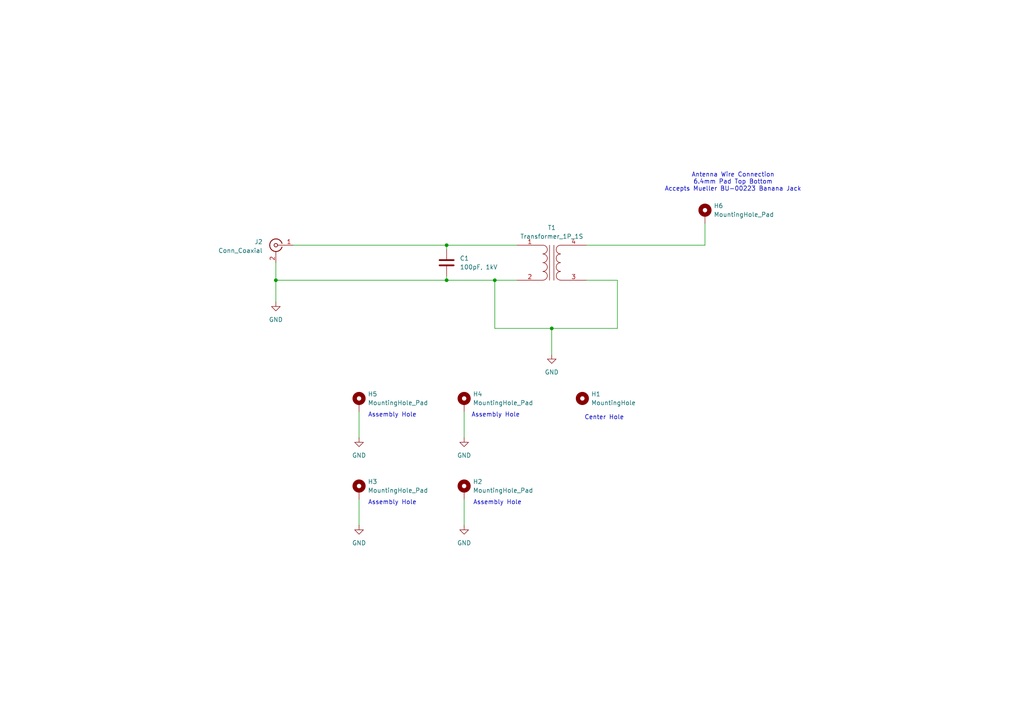
<source format=kicad_sch>
(kicad_sch
	(version 20231120)
	(generator "eeschema")
	(generator_version "8.0")
	(uuid "cd7a13dc-898b-444e-8c64-04932f1d4072")
	(paper "A4")
	(lib_symbols
		(symbol "Connector:Conn_Coaxial"
			(pin_names
				(offset 1.016) hide)
			(exclude_from_sim no)
			(in_bom yes)
			(on_board yes)
			(property "Reference" "J"
				(at 0.254 3.048 0)
				(effects
					(font
						(size 1.27 1.27)
					)
				)
			)
			(property "Value" "Conn_Coaxial"
				(at 2.921 0 90)
				(effects
					(font
						(size 1.27 1.27)
					)
				)
			)
			(property "Footprint" ""
				(at 0 0 0)
				(effects
					(font
						(size 1.27 1.27)
					)
					(hide yes)
				)
			)
			(property "Datasheet" "~"
				(at 0 0 0)
				(effects
					(font
						(size 1.27 1.27)
					)
					(hide yes)
				)
			)
			(property "Description" "coaxial connector (BNC, SMA, SMB, SMC, Cinch/RCA, LEMO, ...)"
				(at 0 0 0)
				(effects
					(font
						(size 1.27 1.27)
					)
					(hide yes)
				)
			)
			(property "ki_keywords" "BNC SMA SMB SMC LEMO coaxial connector CINCH RCA MCX MMCX U.FL UMRF"
				(at 0 0 0)
				(effects
					(font
						(size 1.27 1.27)
					)
					(hide yes)
				)
			)
			(property "ki_fp_filters" "*BNC* *SMA* *SMB* *SMC* *Cinch* *LEMO* *UMRF* *MCX* *U.FL*"
				(at 0 0 0)
				(effects
					(font
						(size 1.27 1.27)
					)
					(hide yes)
				)
			)
			(symbol "Conn_Coaxial_0_1"
				(arc
					(start -1.778 -0.508)
					(mid 0.2311 -1.8066)
					(end 1.778 0)
					(stroke
						(width 0.254)
						(type default)
					)
					(fill
						(type none)
					)
				)
				(polyline
					(pts
						(xy -2.54 0) (xy -0.508 0)
					)
					(stroke
						(width 0)
						(type default)
					)
					(fill
						(type none)
					)
				)
				(polyline
					(pts
						(xy 0 -2.54) (xy 0 -1.778)
					)
					(stroke
						(width 0)
						(type default)
					)
					(fill
						(type none)
					)
				)
				(circle
					(center 0 0)
					(radius 0.508)
					(stroke
						(width 0.2032)
						(type default)
					)
					(fill
						(type none)
					)
				)
				(arc
					(start 1.778 0)
					(mid 0.2099 1.8101)
					(end -1.778 0.508)
					(stroke
						(width 0.254)
						(type default)
					)
					(fill
						(type none)
					)
				)
			)
			(symbol "Conn_Coaxial_1_1"
				(pin passive line
					(at -5.08 0 0)
					(length 2.54)
					(name "In"
						(effects
							(font
								(size 1.27 1.27)
							)
						)
					)
					(number "1"
						(effects
							(font
								(size 1.27 1.27)
							)
						)
					)
				)
				(pin passive line
					(at 0 -5.08 90)
					(length 2.54)
					(name "Ext"
						(effects
							(font
								(size 1.27 1.27)
							)
						)
					)
					(number "2"
						(effects
							(font
								(size 1.27 1.27)
							)
						)
					)
				)
			)
		)
		(symbol "Device:C"
			(pin_numbers hide)
			(pin_names
				(offset 0.254)
			)
			(exclude_from_sim no)
			(in_bom yes)
			(on_board yes)
			(property "Reference" "C"
				(at 0.635 2.54 0)
				(effects
					(font
						(size 1.27 1.27)
					)
					(justify left)
				)
			)
			(property "Value" "C"
				(at 0.635 -2.54 0)
				(effects
					(font
						(size 1.27 1.27)
					)
					(justify left)
				)
			)
			(property "Footprint" ""
				(at 0.9652 -3.81 0)
				(effects
					(font
						(size 1.27 1.27)
					)
					(hide yes)
				)
			)
			(property "Datasheet" "~"
				(at 0 0 0)
				(effects
					(font
						(size 1.27 1.27)
					)
					(hide yes)
				)
			)
			(property "Description" "Unpolarized capacitor"
				(at 0 0 0)
				(effects
					(font
						(size 1.27 1.27)
					)
					(hide yes)
				)
			)
			(property "ki_keywords" "cap capacitor"
				(at 0 0 0)
				(effects
					(font
						(size 1.27 1.27)
					)
					(hide yes)
				)
			)
			(property "ki_fp_filters" "C_*"
				(at 0 0 0)
				(effects
					(font
						(size 1.27 1.27)
					)
					(hide yes)
				)
			)
			(symbol "C_0_1"
				(polyline
					(pts
						(xy -2.032 -0.762) (xy 2.032 -0.762)
					)
					(stroke
						(width 0.508)
						(type default)
					)
					(fill
						(type none)
					)
				)
				(polyline
					(pts
						(xy -2.032 0.762) (xy 2.032 0.762)
					)
					(stroke
						(width 0.508)
						(type default)
					)
					(fill
						(type none)
					)
				)
			)
			(symbol "C_1_1"
				(pin passive line
					(at 0 3.81 270)
					(length 2.794)
					(name "~"
						(effects
							(font
								(size 1.27 1.27)
							)
						)
					)
					(number "1"
						(effects
							(font
								(size 1.27 1.27)
							)
						)
					)
				)
				(pin passive line
					(at 0 -3.81 90)
					(length 2.794)
					(name "~"
						(effects
							(font
								(size 1.27 1.27)
							)
						)
					)
					(number "2"
						(effects
							(font
								(size 1.27 1.27)
							)
						)
					)
				)
			)
		)
		(symbol "Device:Transformer_1P_1S"
			(pin_names
				(offset 1.016) hide)
			(exclude_from_sim no)
			(in_bom yes)
			(on_board yes)
			(property "Reference" "T"
				(at 0 6.35 0)
				(effects
					(font
						(size 1.27 1.27)
					)
				)
			)
			(property "Value" "Transformer_1P_1S"
				(at 0 -7.62 0)
				(effects
					(font
						(size 1.27 1.27)
					)
				)
			)
			(property "Footprint" ""
				(at 0 0 0)
				(effects
					(font
						(size 1.27 1.27)
					)
					(hide yes)
				)
			)
			(property "Datasheet" "~"
				(at 0 0 0)
				(effects
					(font
						(size 1.27 1.27)
					)
					(hide yes)
				)
			)
			(property "Description" "Transformer, single primary, single secondary"
				(at 0 0 0)
				(effects
					(font
						(size 1.27 1.27)
					)
					(hide yes)
				)
			)
			(property "ki_keywords" "transformer coil magnet"
				(at 0 0 0)
				(effects
					(font
						(size 1.27 1.27)
					)
					(hide yes)
				)
			)
			(symbol "Transformer_1P_1S_0_1"
				(arc
					(start -2.54 -5.0546)
					(mid -1.6599 -4.6901)
					(end -1.27 -3.81)
					(stroke
						(width 0)
						(type default)
					)
					(fill
						(type none)
					)
				)
				(arc
					(start -2.54 -2.5146)
					(mid -1.6599 -2.1501)
					(end -1.27 -1.27)
					(stroke
						(width 0)
						(type default)
					)
					(fill
						(type none)
					)
				)
				(arc
					(start -2.54 0.0254)
					(mid -1.6599 0.3899)
					(end -1.27 1.27)
					(stroke
						(width 0)
						(type default)
					)
					(fill
						(type none)
					)
				)
				(arc
					(start -2.54 2.5654)
					(mid -1.6599 2.9299)
					(end -1.27 3.81)
					(stroke
						(width 0)
						(type default)
					)
					(fill
						(type none)
					)
				)
				(arc
					(start -1.27 -3.81)
					(mid -1.642 -2.912)
					(end -2.54 -2.54)
					(stroke
						(width 0)
						(type default)
					)
					(fill
						(type none)
					)
				)
				(arc
					(start -1.27 -1.27)
					(mid -1.642 -0.372)
					(end -2.54 0)
					(stroke
						(width 0)
						(type default)
					)
					(fill
						(type none)
					)
				)
				(arc
					(start -1.27 1.27)
					(mid -1.642 2.168)
					(end -2.54 2.54)
					(stroke
						(width 0)
						(type default)
					)
					(fill
						(type none)
					)
				)
				(arc
					(start -1.27 3.81)
					(mid -1.642 4.708)
					(end -2.54 5.08)
					(stroke
						(width 0)
						(type default)
					)
					(fill
						(type none)
					)
				)
				(polyline
					(pts
						(xy -0.635 5.08) (xy -0.635 -5.08)
					)
					(stroke
						(width 0)
						(type default)
					)
					(fill
						(type none)
					)
				)
				(polyline
					(pts
						(xy 0.635 -5.08) (xy 0.635 5.08)
					)
					(stroke
						(width 0)
						(type default)
					)
					(fill
						(type none)
					)
				)
				(arc
					(start 1.2954 -1.27)
					(mid 1.6599 -2.1501)
					(end 2.54 -2.5146)
					(stroke
						(width 0)
						(type default)
					)
					(fill
						(type none)
					)
				)
				(arc
					(start 1.2954 1.27)
					(mid 1.6599 0.3899)
					(end 2.54 0.0254)
					(stroke
						(width 0)
						(type default)
					)
					(fill
						(type none)
					)
				)
				(arc
					(start 1.2954 3.81)
					(mid 1.6599 2.9299)
					(end 2.54 2.5654)
					(stroke
						(width 0)
						(type default)
					)
					(fill
						(type none)
					)
				)
				(arc
					(start 1.3208 -3.81)
					(mid 1.6853 -4.6901)
					(end 2.5654 -5.0546)
					(stroke
						(width 0)
						(type default)
					)
					(fill
						(type none)
					)
				)
				(arc
					(start 2.54 0)
					(mid 1.642 -0.372)
					(end 1.2954 -1.27)
					(stroke
						(width 0)
						(type default)
					)
					(fill
						(type none)
					)
				)
				(arc
					(start 2.54 2.54)
					(mid 1.642 2.168)
					(end 1.2954 1.27)
					(stroke
						(width 0)
						(type default)
					)
					(fill
						(type none)
					)
				)
				(arc
					(start 2.54 5.08)
					(mid 1.642 4.708)
					(end 1.2954 3.81)
					(stroke
						(width 0)
						(type default)
					)
					(fill
						(type none)
					)
				)
				(arc
					(start 2.5654 -2.54)
					(mid 1.6674 -2.912)
					(end 1.3208 -3.81)
					(stroke
						(width 0)
						(type default)
					)
					(fill
						(type none)
					)
				)
			)
			(symbol "Transformer_1P_1S_1_1"
				(pin passive line
					(at -10.16 5.08 0)
					(length 7.62)
					(name "AA"
						(effects
							(font
								(size 1.27 1.27)
							)
						)
					)
					(number "1"
						(effects
							(font
								(size 1.27 1.27)
							)
						)
					)
				)
				(pin passive line
					(at -10.16 -5.08 0)
					(length 7.62)
					(name "AB"
						(effects
							(font
								(size 1.27 1.27)
							)
						)
					)
					(number "2"
						(effects
							(font
								(size 1.27 1.27)
							)
						)
					)
				)
				(pin passive line
					(at 10.16 -5.08 180)
					(length 7.62)
					(name "SA"
						(effects
							(font
								(size 1.27 1.27)
							)
						)
					)
					(number "3"
						(effects
							(font
								(size 1.27 1.27)
							)
						)
					)
				)
				(pin passive line
					(at 10.16 5.08 180)
					(length 7.62)
					(name "SB"
						(effects
							(font
								(size 1.27 1.27)
							)
						)
					)
					(number "4"
						(effects
							(font
								(size 1.27 1.27)
							)
						)
					)
				)
			)
		)
		(symbol "Mechanical:MountingHole"
			(pin_names
				(offset 1.016)
			)
			(exclude_from_sim yes)
			(in_bom no)
			(on_board yes)
			(property "Reference" "H"
				(at 0 5.08 0)
				(effects
					(font
						(size 1.27 1.27)
					)
				)
			)
			(property "Value" "MountingHole"
				(at 0 3.175 0)
				(effects
					(font
						(size 1.27 1.27)
					)
				)
			)
			(property "Footprint" ""
				(at 0 0 0)
				(effects
					(font
						(size 1.27 1.27)
					)
					(hide yes)
				)
			)
			(property "Datasheet" "~"
				(at 0 0 0)
				(effects
					(font
						(size 1.27 1.27)
					)
					(hide yes)
				)
			)
			(property "Description" "Mounting Hole without connection"
				(at 0 0 0)
				(effects
					(font
						(size 1.27 1.27)
					)
					(hide yes)
				)
			)
			(property "ki_keywords" "mounting hole"
				(at 0 0 0)
				(effects
					(font
						(size 1.27 1.27)
					)
					(hide yes)
				)
			)
			(property "ki_fp_filters" "MountingHole*"
				(at 0 0 0)
				(effects
					(font
						(size 1.27 1.27)
					)
					(hide yes)
				)
			)
			(symbol "MountingHole_0_1"
				(circle
					(center 0 0)
					(radius 1.27)
					(stroke
						(width 1.27)
						(type default)
					)
					(fill
						(type none)
					)
				)
			)
		)
		(symbol "Mechanical:MountingHole_Pad"
			(pin_numbers hide)
			(pin_names
				(offset 1.016) hide)
			(exclude_from_sim yes)
			(in_bom no)
			(on_board yes)
			(property "Reference" "H"
				(at 0 6.35 0)
				(effects
					(font
						(size 1.27 1.27)
					)
				)
			)
			(property "Value" "MountingHole_Pad"
				(at 0 4.445 0)
				(effects
					(font
						(size 1.27 1.27)
					)
				)
			)
			(property "Footprint" ""
				(at 0 0 0)
				(effects
					(font
						(size 1.27 1.27)
					)
					(hide yes)
				)
			)
			(property "Datasheet" "~"
				(at 0 0 0)
				(effects
					(font
						(size 1.27 1.27)
					)
					(hide yes)
				)
			)
			(property "Description" "Mounting Hole with connection"
				(at 0 0 0)
				(effects
					(font
						(size 1.27 1.27)
					)
					(hide yes)
				)
			)
			(property "ki_keywords" "mounting hole"
				(at 0 0 0)
				(effects
					(font
						(size 1.27 1.27)
					)
					(hide yes)
				)
			)
			(property "ki_fp_filters" "MountingHole*Pad*"
				(at 0 0 0)
				(effects
					(font
						(size 1.27 1.27)
					)
					(hide yes)
				)
			)
			(symbol "MountingHole_Pad_0_1"
				(circle
					(center 0 1.27)
					(radius 1.27)
					(stroke
						(width 1.27)
						(type default)
					)
					(fill
						(type none)
					)
				)
			)
			(symbol "MountingHole_Pad_1_1"
				(pin input line
					(at 0 -2.54 90)
					(length 2.54)
					(name "1"
						(effects
							(font
								(size 1.27 1.27)
							)
						)
					)
					(number "1"
						(effects
							(font
								(size 1.27 1.27)
							)
						)
					)
				)
			)
		)
		(symbol "power:GND"
			(power)
			(pin_numbers hide)
			(pin_names
				(offset 0) hide)
			(exclude_from_sim no)
			(in_bom yes)
			(on_board yes)
			(property "Reference" "#PWR"
				(at 0 -6.35 0)
				(effects
					(font
						(size 1.27 1.27)
					)
					(hide yes)
				)
			)
			(property "Value" "GND"
				(at 0 -3.81 0)
				(effects
					(font
						(size 1.27 1.27)
					)
				)
			)
			(property "Footprint" ""
				(at 0 0 0)
				(effects
					(font
						(size 1.27 1.27)
					)
					(hide yes)
				)
			)
			(property "Datasheet" ""
				(at 0 0 0)
				(effects
					(font
						(size 1.27 1.27)
					)
					(hide yes)
				)
			)
			(property "Description" "Power symbol creates a global label with name \"GND\" , ground"
				(at 0 0 0)
				(effects
					(font
						(size 1.27 1.27)
					)
					(hide yes)
				)
			)
			(property "ki_keywords" "global power"
				(at 0 0 0)
				(effects
					(font
						(size 1.27 1.27)
					)
					(hide yes)
				)
			)
			(symbol "GND_0_1"
				(polyline
					(pts
						(xy 0 0) (xy 0 -1.27) (xy 1.27 -1.27) (xy 0 -2.54) (xy -1.27 -1.27) (xy 0 -1.27)
					)
					(stroke
						(width 0)
						(type default)
					)
					(fill
						(type none)
					)
				)
			)
			(symbol "GND_1_1"
				(pin power_in line
					(at 0 0 270)
					(length 0)
					(name "~"
						(effects
							(font
								(size 1.27 1.27)
							)
						)
					)
					(number "1"
						(effects
							(font
								(size 1.27 1.27)
							)
						)
					)
				)
			)
		)
	)
	(junction
		(at 160.02 95.25)
		(diameter 0)
		(color 0 0 0 0)
		(uuid "2c5293e8-f8ec-4753-ae93-d7806d5b9cfe")
	)
	(junction
		(at 129.54 81.28)
		(diameter 0)
		(color 0 0 0 0)
		(uuid "9a6484bd-43cd-4651-a4f1-0fe9a12581cd")
	)
	(junction
		(at 143.51 81.28)
		(diameter 0)
		(color 0 0 0 0)
		(uuid "aeddf92a-8395-428c-af35-1727907cb3a0")
	)
	(junction
		(at 80.01 81.28)
		(diameter 0)
		(color 0 0 0 0)
		(uuid "c95b201e-a72e-4c1f-835f-9026daa6ee49")
	)
	(junction
		(at 129.54 71.12)
		(diameter 0)
		(color 0 0 0 0)
		(uuid "c977be67-bed0-4a80-abb3-05195db88147")
	)
	(wire
		(pts
			(xy 134.62 144.78) (xy 134.62 152.4)
		)
		(stroke
			(width 0)
			(type default)
		)
		(uuid "1bbfb401-8fe7-4b69-ac9a-dbc1d7ee71e3")
	)
	(wire
		(pts
			(xy 204.47 71.12) (xy 204.47 64.77)
		)
		(stroke
			(width 0)
			(type default)
		)
		(uuid "213e6e7f-0d55-423b-8461-8e28e20326ca")
	)
	(wire
		(pts
			(xy 80.01 81.28) (xy 129.54 81.28)
		)
		(stroke
			(width 0)
			(type default)
		)
		(uuid "3ce0e3e5-1ec1-4c9f-9bb8-c76dfcadbe8d")
	)
	(wire
		(pts
			(xy 129.54 71.12) (xy 149.86 71.12)
		)
		(stroke
			(width 0)
			(type default)
		)
		(uuid "3e5f85c5-0ade-4feb-b895-c961555b4cf3")
	)
	(wire
		(pts
			(xy 104.14 119.38) (xy 104.14 127)
		)
		(stroke
			(width 0)
			(type default)
		)
		(uuid "3f8e253f-9861-4515-bd0d-6b48a60b727f")
	)
	(wire
		(pts
			(xy 129.54 80.01) (xy 129.54 81.28)
		)
		(stroke
			(width 0)
			(type default)
		)
		(uuid "4158a876-8f2c-4364-8e31-f54ae2488f19")
	)
	(wire
		(pts
			(xy 80.01 76.2) (xy 80.01 81.28)
		)
		(stroke
			(width 0)
			(type default)
		)
		(uuid "4d0732f3-b0d3-42ec-bea4-58207664bddd")
	)
	(wire
		(pts
			(xy 129.54 71.12) (xy 129.54 72.39)
		)
		(stroke
			(width 0)
			(type default)
		)
		(uuid "5be061e5-9cb0-4d7c-abd4-4080c7b74e6f")
	)
	(wire
		(pts
			(xy 170.18 71.12) (xy 204.47 71.12)
		)
		(stroke
			(width 0)
			(type default)
		)
		(uuid "75dd2589-1b0b-476e-a730-3e84b713f133")
	)
	(wire
		(pts
			(xy 143.51 81.28) (xy 149.86 81.28)
		)
		(stroke
			(width 0)
			(type default)
		)
		(uuid "89f2ba9b-bc9a-4307-8ccc-45997d1d5184")
	)
	(wire
		(pts
			(xy 160.02 95.25) (xy 160.02 102.87)
		)
		(stroke
			(width 0)
			(type default)
		)
		(uuid "8e04f203-8372-4e09-809b-0d62b4128c81")
	)
	(wire
		(pts
			(xy 170.18 81.28) (xy 179.07 81.28)
		)
		(stroke
			(width 0)
			(type default)
		)
		(uuid "9363a2f5-da1c-43b4-ad80-d6ca79713c76")
	)
	(wire
		(pts
			(xy 179.07 81.28) (xy 179.07 95.25)
		)
		(stroke
			(width 0)
			(type default)
		)
		(uuid "9dd19dde-2799-467e-9e29-9a62a11addda")
	)
	(wire
		(pts
			(xy 85.09 71.12) (xy 129.54 71.12)
		)
		(stroke
			(width 0)
			(type default)
		)
		(uuid "b610e41a-d2de-4537-b753-3b9d457e6e81")
	)
	(wire
		(pts
			(xy 134.62 119.38) (xy 134.62 127)
		)
		(stroke
			(width 0)
			(type default)
		)
		(uuid "b7ca0e6e-8242-47a6-a62a-ddb33295e358")
	)
	(wire
		(pts
			(xy 129.54 81.28) (xy 143.51 81.28)
		)
		(stroke
			(width 0)
			(type default)
		)
		(uuid "b96fbe1d-3cc3-413c-a1d2-0ca94c684183")
	)
	(wire
		(pts
			(xy 179.07 95.25) (xy 160.02 95.25)
		)
		(stroke
			(width 0)
			(type default)
		)
		(uuid "d423187c-1c61-4eb3-b52b-e7ff264cf2f8")
	)
	(wire
		(pts
			(xy 104.14 144.78) (xy 104.14 152.4)
		)
		(stroke
			(width 0)
			(type default)
		)
		(uuid "d60f08c6-abb6-4842-b0f9-4c3687b9b271")
	)
	(wire
		(pts
			(xy 160.02 95.25) (xy 143.51 95.25)
		)
		(stroke
			(width 0)
			(type default)
		)
		(uuid "d696e600-aee1-4d17-bbfe-ea2ea8a00c05")
	)
	(wire
		(pts
			(xy 143.51 81.28) (xy 143.51 95.25)
		)
		(stroke
			(width 0)
			(type default)
		)
		(uuid "d830c51c-ac03-4dfc-80c1-5d4737f1ca17")
	)
	(wire
		(pts
			(xy 80.01 87.63) (xy 80.01 81.28)
		)
		(stroke
			(width 0)
			(type default)
		)
		(uuid "e240fb93-c544-4885-84f9-c2bcf1c67b0a")
	)
	(text "Assembly Hole"
		(exclude_from_sim no)
		(at 113.792 120.396 0)
		(effects
			(font
				(size 1.27 1.27)
			)
		)
		(uuid "3b85603b-a8ca-4b00-854f-1abe5140bc88")
	)
	(text "Assembly Hole"
		(exclude_from_sim no)
		(at 143.764 120.396 0)
		(effects
			(font
				(size 1.27 1.27)
			)
		)
		(uuid "8be3538d-bfc8-4a7e-b36b-c41938bf84c4")
	)
	(text "Assembly Hole"
		(exclude_from_sim no)
		(at 113.792 145.796 0)
		(effects
			(font
				(size 1.27 1.27)
			)
		)
		(uuid "9c58d4b3-db68-4bf9-b301-64d6ee6fd14f")
	)
	(text "Antenna Wire Connection\n6.4mm Pad Top Bottom\nAccepts Mueller BU-00223 Banana Jack"
		(exclude_from_sim no)
		(at 212.598 52.832 0)
		(effects
			(font
				(size 1.27 1.27)
			)
		)
		(uuid "b560012a-49fb-4c98-b259-741ed0c43db6")
	)
	(text "Center Hole"
		(exclude_from_sim no)
		(at 175.26 121.158 0)
		(effects
			(font
				(size 1.27 1.27)
			)
		)
		(uuid "e5bed781-99a0-4dc3-8e6c-57693aa34fc4")
	)
	(text "Assembly Hole"
		(exclude_from_sim no)
		(at 144.272 145.796 0)
		(effects
			(font
				(size 1.27 1.27)
			)
		)
		(uuid "fbc5272c-e7d6-433d-9d77-77682a6837eb")
	)
	(symbol
		(lib_id "power:GND")
		(at 134.62 152.4 0)
		(unit 1)
		(exclude_from_sim no)
		(in_bom yes)
		(on_board yes)
		(dnp no)
		(fields_autoplaced yes)
		(uuid "01b8d708-8c48-4a76-bda0-14143b1bad0f")
		(property "Reference" "#PWR06"
			(at 134.62 158.75 0)
			(effects
				(font
					(size 1.27 1.27)
				)
				(hide yes)
			)
		)
		(property "Value" "GND"
			(at 134.62 157.48 0)
			(effects
				(font
					(size 1.27 1.27)
				)
			)
		)
		(property "Footprint" ""
			(at 134.62 152.4 0)
			(effects
				(font
					(size 1.27 1.27)
				)
				(hide yes)
			)
		)
		(property "Datasheet" ""
			(at 134.62 152.4 0)
			(effects
				(font
					(size 1.27 1.27)
				)
				(hide yes)
			)
		)
		(property "Description" "Power symbol creates a global label with name \"GND\" , ground"
			(at 134.62 152.4 0)
			(effects
				(font
					(size 1.27 1.27)
				)
				(hide yes)
			)
		)
		(pin "1"
			(uuid "17152303-1925-4002-a768-0f6bcd330c11")
		)
		(instances
			(project "Wire Spool Antenna V1.2"
				(path "/cd7a13dc-898b-444e-8c64-04932f1d4072"
					(reference "#PWR06")
					(unit 1)
				)
			)
		)
	)
	(symbol
		(lib_id "power:GND")
		(at 104.14 152.4 0)
		(unit 1)
		(exclude_from_sim no)
		(in_bom yes)
		(on_board yes)
		(dnp no)
		(fields_autoplaced yes)
		(uuid "0ba9a564-ebfe-4ed9-a43a-78f0a0c60ee2")
		(property "Reference" "#PWR05"
			(at 104.14 158.75 0)
			(effects
				(font
					(size 1.27 1.27)
				)
				(hide yes)
			)
		)
		(property "Value" "GND"
			(at 104.14 157.48 0)
			(effects
				(font
					(size 1.27 1.27)
				)
			)
		)
		(property "Footprint" ""
			(at 104.14 152.4 0)
			(effects
				(font
					(size 1.27 1.27)
				)
				(hide yes)
			)
		)
		(property "Datasheet" ""
			(at 104.14 152.4 0)
			(effects
				(font
					(size 1.27 1.27)
				)
				(hide yes)
			)
		)
		(property "Description" "Power symbol creates a global label with name \"GND\" , ground"
			(at 104.14 152.4 0)
			(effects
				(font
					(size 1.27 1.27)
				)
				(hide yes)
			)
		)
		(pin "1"
			(uuid "f77a2e8e-e233-4550-aea0-b81de5c635bb")
		)
		(instances
			(project "Wire Spool Antenna V1.2"
				(path "/cd7a13dc-898b-444e-8c64-04932f1d4072"
					(reference "#PWR05")
					(unit 1)
				)
			)
		)
	)
	(symbol
		(lib_id "power:GND")
		(at 134.62 127 0)
		(unit 1)
		(exclude_from_sim no)
		(in_bom yes)
		(on_board yes)
		(dnp no)
		(fields_autoplaced yes)
		(uuid "270624c9-d1dc-4f7d-8a56-c89f81765ad5")
		(property "Reference" "#PWR03"
			(at 134.62 133.35 0)
			(effects
				(font
					(size 1.27 1.27)
				)
				(hide yes)
			)
		)
		(property "Value" "GND"
			(at 134.62 132.08 0)
			(effects
				(font
					(size 1.27 1.27)
				)
			)
		)
		(property "Footprint" ""
			(at 134.62 127 0)
			(effects
				(font
					(size 1.27 1.27)
				)
				(hide yes)
			)
		)
		(property "Datasheet" ""
			(at 134.62 127 0)
			(effects
				(font
					(size 1.27 1.27)
				)
				(hide yes)
			)
		)
		(property "Description" "Power symbol creates a global label with name \"GND\" , ground"
			(at 134.62 127 0)
			(effects
				(font
					(size 1.27 1.27)
				)
				(hide yes)
			)
		)
		(pin "1"
			(uuid "cfcfac94-6c3c-41e6-8837-3b43ffd6635d")
		)
		(instances
			(project "Wire Spool Antenna"
				(path "/cd7a13dc-898b-444e-8c64-04932f1d4072"
					(reference "#PWR03")
					(unit 1)
				)
			)
		)
	)
	(symbol
		(lib_id "Device:Transformer_1P_1S")
		(at 160.02 76.2 0)
		(unit 1)
		(exclude_from_sim no)
		(in_bom yes)
		(on_board yes)
		(dnp no)
		(fields_autoplaced yes)
		(uuid "27217e12-1e08-4135-91a3-1db65b510a34")
		(property "Reference" "T1"
			(at 160.0327 66.04 0)
			(effects
				(font
					(size 1.27 1.27)
				)
			)
		)
		(property "Value" "Transformer_1P_1S"
			(at 160.0327 68.58 0)
			(effects
				(font
					(size 1.27 1.27)
				)
			)
		)
		(property "Footprint" "footprints:TOROID_140_AUTO_OPT"
			(at 160.02 76.2 0)
			(effects
				(font
					(size 1.27 1.27)
				)
				(hide yes)
			)
		)
		(property "Datasheet" "~"
			(at 160.02 76.2 0)
			(effects
				(font
					(size 1.27 1.27)
				)
				(hide yes)
			)
		)
		(property "Description" "Transformer, single primary, single secondary"
			(at 160.02 76.2 0)
			(effects
				(font
					(size 1.27 1.27)
				)
				(hide yes)
			)
		)
		(pin "4"
			(uuid "fa7eca0f-584b-4efb-84e5-32058e5d0579")
		)
		(pin "1"
			(uuid "ddb339d7-3eda-466e-ac3d-e5ec949edaba")
		)
		(pin "2"
			(uuid "b45c1eb3-88ed-4973-b4fb-a285b2cca79f")
		)
		(pin "3"
			(uuid "23fc6de0-afeb-446b-a4cd-ffeb5f1f3fe5")
		)
		(instances
			(project ""
				(path "/cd7a13dc-898b-444e-8c64-04932f1d4072"
					(reference "T1")
					(unit 1)
				)
			)
		)
	)
	(symbol
		(lib_id "Connector:Conn_Coaxial")
		(at 80.01 71.12 0)
		(mirror y)
		(unit 1)
		(exclude_from_sim no)
		(in_bom yes)
		(on_board yes)
		(dnp no)
		(uuid "2791a7bc-7ac1-436e-ad01-d1c6dcbf5e9e")
		(property "Reference" "J2"
			(at 76.2 70.1431 0)
			(effects
				(font
					(size 1.27 1.27)
				)
				(justify left)
			)
		)
		(property "Value" "Conn_Coaxial"
			(at 76.2 72.6831 0)
			(effects
				(font
					(size 1.27 1.27)
				)
				(justify left)
			)
		)
		(property "Footprint" "footprints:BNC_MOLEX_73100_PIPE"
			(at 80.01 71.12 0)
			(effects
				(font
					(size 1.27 1.27)
				)
				(hide yes)
			)
		)
		(property "Datasheet" "~"
			(at 80.01 71.12 0)
			(effects
				(font
					(size 1.27 1.27)
				)
				(hide yes)
			)
		)
		(property "Description" "coaxial connector (BNC, SMA, SMB, SMC, Cinch/RCA, LEMO, ...)"
			(at 80.01 71.12 0)
			(effects
				(font
					(size 1.27 1.27)
				)
				(hide yes)
			)
		)
		(pin "1"
			(uuid "2cf33b7c-b0e0-4549-9f5f-4e0467f9bb9a")
		)
		(pin "2"
			(uuid "c832ebd3-595e-4a93-87a9-127926bf371c")
		)
		(instances
			(project ""
				(path "/cd7a13dc-898b-444e-8c64-04932f1d4072"
					(reference "J2")
					(unit 1)
				)
			)
		)
	)
	(symbol
		(lib_id "power:GND")
		(at 160.02 102.87 0)
		(unit 1)
		(exclude_from_sim no)
		(in_bom yes)
		(on_board yes)
		(dnp no)
		(fields_autoplaced yes)
		(uuid "33f4a6d6-1015-4695-b851-f46157a3d8ff")
		(property "Reference" "#PWR04"
			(at 160.02 109.22 0)
			(effects
				(font
					(size 1.27 1.27)
				)
				(hide yes)
			)
		)
		(property "Value" "GND"
			(at 160.02 107.95 0)
			(effects
				(font
					(size 1.27 1.27)
				)
			)
		)
		(property "Footprint" ""
			(at 160.02 102.87 0)
			(effects
				(font
					(size 1.27 1.27)
				)
				(hide yes)
			)
		)
		(property "Datasheet" ""
			(at 160.02 102.87 0)
			(effects
				(font
					(size 1.27 1.27)
				)
				(hide yes)
			)
		)
		(property "Description" "Power symbol creates a global label with name \"GND\" , ground"
			(at 160.02 102.87 0)
			(effects
				(font
					(size 1.27 1.27)
				)
				(hide yes)
			)
		)
		(pin "1"
			(uuid "bd1124e6-2c34-4985-9ecb-9049a21a746e")
		)
		(instances
			(project "Wire Spool Antenna"
				(path "/cd7a13dc-898b-444e-8c64-04932f1d4072"
					(reference "#PWR04")
					(unit 1)
				)
			)
		)
	)
	(symbol
		(lib_id "Mechanical:MountingHole_Pad")
		(at 134.62 142.24 0)
		(unit 1)
		(exclude_from_sim yes)
		(in_bom no)
		(on_board yes)
		(dnp no)
		(fields_autoplaced yes)
		(uuid "37ad7ddd-f76b-4982-adf6-3a8b4b030afb")
		(property "Reference" "H2"
			(at 137.16 139.6999 0)
			(effects
				(font
					(size 1.27 1.27)
				)
				(justify left)
			)
		)
		(property "Value" "MountingHole_Pad"
			(at 137.16 142.2399 0)
			(effects
				(font
					(size 1.27 1.27)
				)
				(justify left)
			)
		)
		(property "Footprint" "MountingHole:MountingHole_3.2mm_M3_Pad_TopBottom"
			(at 134.62 142.24 0)
			(effects
				(font
					(size 1.27 1.27)
				)
				(hide yes)
			)
		)
		(property "Datasheet" "~"
			(at 134.62 142.24 0)
			(effects
				(font
					(size 1.27 1.27)
				)
				(hide yes)
			)
		)
		(property "Description" "Mounting Hole with connection"
			(at 134.62 142.24 0)
			(effects
				(font
					(size 1.27 1.27)
				)
				(hide yes)
			)
		)
		(pin "1"
			(uuid "cc5a1aa2-deaf-432f-a750-c5293e64377e")
		)
		(instances
			(project "Wire Spool Antenna V1.2"
				(path "/cd7a13dc-898b-444e-8c64-04932f1d4072"
					(reference "H2")
					(unit 1)
				)
			)
		)
	)
	(symbol
		(lib_id "Device:C")
		(at 129.54 76.2 0)
		(unit 1)
		(exclude_from_sim no)
		(in_bom yes)
		(on_board yes)
		(dnp no)
		(fields_autoplaced yes)
		(uuid "5b99d1b0-1594-458f-852e-695e6856ca73")
		(property "Reference" "C1"
			(at 133.35 74.9299 0)
			(effects
				(font
					(size 1.27 1.27)
				)
				(justify left)
			)
		)
		(property "Value" "100pF, 1kV"
			(at 133.35 77.4699 0)
			(effects
				(font
					(size 1.27 1.27)
				)
				(justify left)
			)
		)
		(property "Footprint" "footprints:C_Disc_D7.5mm_W4.4mm_P5.00mm_OPT"
			(at 130.5052 80.01 0)
			(effects
				(font
					(size 1.27 1.27)
				)
				(hide yes)
			)
		)
		(property "Datasheet" "~"
			(at 129.54 76.2 0)
			(effects
				(font
					(size 1.27 1.27)
				)
				(hide yes)
			)
		)
		(property "Description" "Unpolarized capacitor"
			(at 129.54 76.2 0)
			(effects
				(font
					(size 1.27 1.27)
				)
				(hide yes)
			)
		)
		(pin "2"
			(uuid "a437170d-73bf-4976-af6d-812d9c590e01")
		)
		(pin "1"
			(uuid "e47dae15-fc8e-43f9-be9f-9e18d26f1abe")
		)
		(instances
			(project ""
				(path "/cd7a13dc-898b-444e-8c64-04932f1d4072"
					(reference "C1")
					(unit 1)
				)
			)
		)
	)
	(symbol
		(lib_id "Mechanical:MountingHole_Pad")
		(at 204.47 62.23 0)
		(unit 1)
		(exclude_from_sim yes)
		(in_bom no)
		(on_board yes)
		(dnp no)
		(fields_autoplaced yes)
		(uuid "5cd7bfb7-2c3f-498a-9676-582366ba4ab5")
		(property "Reference" "H6"
			(at 207.01 59.6899 0)
			(effects
				(font
					(size 1.27 1.27)
				)
				(justify left)
			)
		)
		(property "Value" "MountingHole_Pad"
			(at 207.01 62.2299 0)
			(effects
				(font
					(size 1.27 1.27)
				)
				(justify left)
			)
		)
		(property "Footprint" "MountingHole:MountingHole_6.4mm_M6_Pad_TopBottom"
			(at 204.47 62.23 0)
			(effects
				(font
					(size 1.27 1.27)
				)
				(hide yes)
			)
		)
		(property "Datasheet" "~"
			(at 204.47 62.23 0)
			(effects
				(font
					(size 1.27 1.27)
				)
				(hide yes)
			)
		)
		(property "Description" "Mounting Hole with connection"
			(at 204.47 62.23 0)
			(effects
				(font
					(size 1.27 1.27)
				)
				(hide yes)
			)
		)
		(pin "1"
			(uuid "856ca54d-bf3e-49f4-9042-7d10c4245903")
		)
		(instances
			(project "Wire Spool Antenna"
				(path "/cd7a13dc-898b-444e-8c64-04932f1d4072"
					(reference "H6")
					(unit 1)
				)
			)
		)
	)
	(symbol
		(lib_id "Mechanical:MountingHole")
		(at 168.91 115.57 0)
		(unit 1)
		(exclude_from_sim yes)
		(in_bom no)
		(on_board yes)
		(dnp no)
		(fields_autoplaced yes)
		(uuid "5fd6209a-a055-43ae-91a0-bf18c602c4e6")
		(property "Reference" "H1"
			(at 171.45 114.2999 0)
			(effects
				(font
					(size 1.27 1.27)
				)
				(justify left)
			)
		)
		(property "Value" "MountingHole"
			(at 171.45 116.8399 0)
			(effects
				(font
					(size 1.27 1.27)
				)
				(justify left)
			)
		)
		(property "Footprint" "MountingHole:MountingHole_8.4mm_M8"
			(at 168.91 115.57 0)
			(effects
				(font
					(size 1.27 1.27)
				)
				(hide yes)
			)
		)
		(property "Datasheet" "~"
			(at 168.91 115.57 0)
			(effects
				(font
					(size 1.27 1.27)
				)
				(hide yes)
			)
		)
		(property "Description" "Mounting Hole without connection"
			(at 168.91 115.57 0)
			(effects
				(font
					(size 1.27 1.27)
				)
				(hide yes)
			)
		)
		(instances
			(project ""
				(path "/cd7a13dc-898b-444e-8c64-04932f1d4072"
					(reference "H1")
					(unit 1)
				)
			)
		)
	)
	(symbol
		(lib_id "power:GND")
		(at 80.01 87.63 0)
		(unit 1)
		(exclude_from_sim no)
		(in_bom yes)
		(on_board yes)
		(dnp no)
		(fields_autoplaced yes)
		(uuid "9edc36bf-dd42-4266-bb2b-f07b1db1f87c")
		(property "Reference" "#PWR01"
			(at 80.01 93.98 0)
			(effects
				(font
					(size 1.27 1.27)
				)
				(hide yes)
			)
		)
		(property "Value" "GND"
			(at 80.01 92.71 0)
			(effects
				(font
					(size 1.27 1.27)
				)
			)
		)
		(property "Footprint" ""
			(at 80.01 87.63 0)
			(effects
				(font
					(size 1.27 1.27)
				)
				(hide yes)
			)
		)
		(property "Datasheet" ""
			(at 80.01 87.63 0)
			(effects
				(font
					(size 1.27 1.27)
				)
				(hide yes)
			)
		)
		(property "Description" "Power symbol creates a global label with name \"GND\" , ground"
			(at 80.01 87.63 0)
			(effects
				(font
					(size 1.27 1.27)
				)
				(hide yes)
			)
		)
		(pin "1"
			(uuid "812c44e9-9777-4199-a707-f00b59e4de40")
		)
		(instances
			(project ""
				(path "/cd7a13dc-898b-444e-8c64-04932f1d4072"
					(reference "#PWR01")
					(unit 1)
				)
			)
		)
	)
	(symbol
		(lib_id "power:GND")
		(at 104.14 127 0)
		(unit 1)
		(exclude_from_sim no)
		(in_bom yes)
		(on_board yes)
		(dnp no)
		(fields_autoplaced yes)
		(uuid "c6543520-ac26-40ce-801b-31fe6ae7447c")
		(property "Reference" "#PWR02"
			(at 104.14 133.35 0)
			(effects
				(font
					(size 1.27 1.27)
				)
				(hide yes)
			)
		)
		(property "Value" "GND"
			(at 104.14 132.08 0)
			(effects
				(font
					(size 1.27 1.27)
				)
			)
		)
		(property "Footprint" ""
			(at 104.14 127 0)
			(effects
				(font
					(size 1.27 1.27)
				)
				(hide yes)
			)
		)
		(property "Datasheet" ""
			(at 104.14 127 0)
			(effects
				(font
					(size 1.27 1.27)
				)
				(hide yes)
			)
		)
		(property "Description" "Power symbol creates a global label with name \"GND\" , ground"
			(at 104.14 127 0)
			(effects
				(font
					(size 1.27 1.27)
				)
				(hide yes)
			)
		)
		(pin "1"
			(uuid "0e362353-08c6-4911-8a1e-0cd6e0428188")
		)
		(instances
			(project "Wire Spool Antenna"
				(path "/cd7a13dc-898b-444e-8c64-04932f1d4072"
					(reference "#PWR02")
					(unit 1)
				)
			)
		)
	)
	(symbol
		(lib_id "Mechanical:MountingHole_Pad")
		(at 104.14 116.84 0)
		(unit 1)
		(exclude_from_sim yes)
		(in_bom no)
		(on_board yes)
		(dnp no)
		(fields_autoplaced yes)
		(uuid "cdd324da-5f53-4b51-8cd0-2661c3e34990")
		(property "Reference" "H5"
			(at 106.68 114.2999 0)
			(effects
				(font
					(size 1.27 1.27)
				)
				(justify left)
			)
		)
		(property "Value" "MountingHole_Pad"
			(at 106.68 116.8399 0)
			(effects
				(font
					(size 1.27 1.27)
				)
				(justify left)
			)
		)
		(property "Footprint" "MountingHole:MountingHole_3.2mm_M3_Pad_TopBottom"
			(at 104.14 116.84 0)
			(effects
				(font
					(size 1.27 1.27)
				)
				(hide yes)
			)
		)
		(property "Datasheet" "~"
			(at 104.14 116.84 0)
			(effects
				(font
					(size 1.27 1.27)
				)
				(hide yes)
			)
		)
		(property "Description" "Mounting Hole with connection"
			(at 104.14 116.84 0)
			(effects
				(font
					(size 1.27 1.27)
				)
				(hide yes)
			)
		)
		(pin "1"
			(uuid "c501b3b2-a2aa-4aef-b815-e78a0d94ceaa")
		)
		(instances
			(project "Wire Spool Antenna"
				(path "/cd7a13dc-898b-444e-8c64-04932f1d4072"
					(reference "H5")
					(unit 1)
				)
			)
		)
	)
	(symbol
		(lib_id "Mechanical:MountingHole_Pad")
		(at 104.14 142.24 0)
		(unit 1)
		(exclude_from_sim yes)
		(in_bom no)
		(on_board yes)
		(dnp no)
		(fields_autoplaced yes)
		(uuid "f3e1d31c-6fef-4ecc-b15f-4ed2e197c23b")
		(property "Reference" "H3"
			(at 106.68 139.6999 0)
			(effects
				(font
					(size 1.27 1.27)
				)
				(justify left)
			)
		)
		(property "Value" "MountingHole_Pad"
			(at 106.68 142.2399 0)
			(effects
				(font
					(size 1.27 1.27)
				)
				(justify left)
			)
		)
		(property "Footprint" "MountingHole:MountingHole_3.2mm_M3_Pad_TopBottom"
			(at 104.14 142.24 0)
			(effects
				(font
					(size 1.27 1.27)
				)
				(hide yes)
			)
		)
		(property "Datasheet" "~"
			(at 104.14 142.24 0)
			(effects
				(font
					(size 1.27 1.27)
				)
				(hide yes)
			)
		)
		(property "Description" "Mounting Hole with connection"
			(at 104.14 142.24 0)
			(effects
				(font
					(size 1.27 1.27)
				)
				(hide yes)
			)
		)
		(pin "1"
			(uuid "d9ffb86b-d29b-4759-b9f2-659bfaac5abb")
		)
		(instances
			(project "Wire Spool Antenna V1.2"
				(path "/cd7a13dc-898b-444e-8c64-04932f1d4072"
					(reference "H3")
					(unit 1)
				)
			)
		)
	)
	(symbol
		(lib_id "Mechanical:MountingHole_Pad")
		(at 134.62 116.84 0)
		(unit 1)
		(exclude_from_sim yes)
		(in_bom no)
		(on_board yes)
		(dnp no)
		(uuid "f4baba99-80eb-42be-8fe6-d13541487fc2")
		(property "Reference" "H4"
			(at 137.16 114.2999 0)
			(effects
				(font
					(size 1.27 1.27)
				)
				(justify left)
			)
		)
		(property "Value" "MountingHole_Pad"
			(at 137.16 116.8399 0)
			(effects
				(font
					(size 1.27 1.27)
				)
				(justify left)
			)
		)
		(property "Footprint" "MountingHole:MountingHole_3.2mm_M3_Pad_TopBottom"
			(at 134.62 116.84 0)
			(effects
				(font
					(size 1.27 1.27)
				)
				(hide yes)
			)
		)
		(property "Datasheet" "~"
			(at 134.62 116.84 0)
			(effects
				(font
					(size 1.27 1.27)
				)
				(hide yes)
			)
		)
		(property "Description" "Mounting Hole with connection"
			(at 134.62 116.84 0)
			(effects
				(font
					(size 1.27 1.27)
				)
				(hide yes)
			)
		)
		(pin "1"
			(uuid "9fcc6a9b-deda-45af-a79d-3a030e801878")
		)
		(instances
			(project ""
				(path "/cd7a13dc-898b-444e-8c64-04932f1d4072"
					(reference "H4")
					(unit 1)
				)
			)
		)
	)
	(sheet_instances
		(path "/"
			(page "1")
		)
	)
)

</source>
